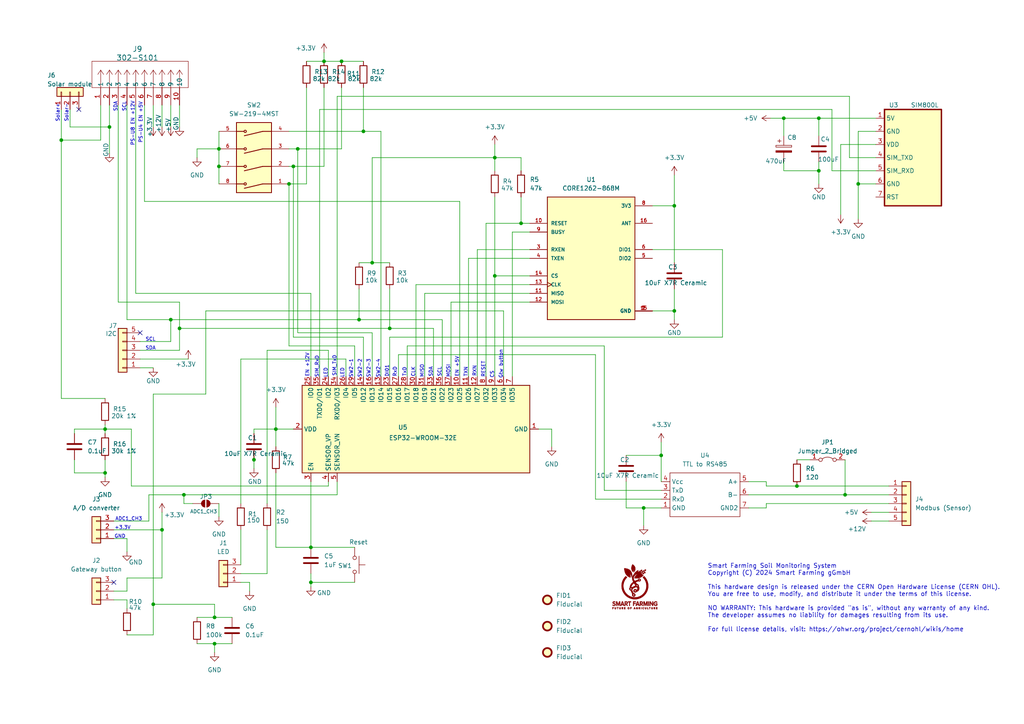
<source format=kicad_sch>
(kicad_sch (version 20231120) (generator "eeschema") (generator_version "8.0")
  (paper "A4")
  (title_block (title "Sensor node and gateway") (date "2024-12-17") (rev "V1.0") (company "Smart Farming gGmbH"))
  (lib_symbols
    (symbol "+5V_1" (power) (pin_numbers hide) (pin_names (offset 0) hide)
      (property "Value" "+5V" (at 0 3.556 0))
      (symbol "+5V_1_1_1"
        (pin power_in line (at 0 0 90) (length 0) (name "~") (number "1"))
      )
    )
    (symbol "+5V_2" (power) (pin_numbers hide) (pin_names (offset 0) hide)
      (property "Value" "+5V" (at 0 3.556 0))
      (symbol "+5V_2_1_1"
        (pin power_in line (at 0 0 90) (length 0) (name "~") (number "1"))
      )
    )
    (symbol "+5V_3" (power) (pin_numbers hide) (pin_names (offset 0) hide)
      (property "Value" "+5V" (at 0 3.556 0))
      (symbol "+5V_3_1_1"
        (pin power_in line (at 0 0 90) (length 0) (name "~") (number "1"))
      )
    )
    (symbol "CORE1262-868M:CORE1262-868M" (pin_names (offset 1.016))
      (property "Reference" "U2" (at 0 22.86 0))
      (property "Value" "CORE1262-868M" (at 0 20.32 0))
      (symbol "CORE1262-868M_0_0"
        (pin power_in line (at 17.78 -15.24 180) (length 5.08) (name "GND") (number "1"))
        (pin input line (at -17.78 10.16 0) (length 5.08) (name "RESET") (number "10"))
        (pin input line (at -17.78 -10.16 0) (length 5.08) (name "MISO") (number "11"))
        (pin output line (at -17.78 -12.7 0) (length 5.08) (name "MOSI") (number "12"))
        (pin input clock (at -17.78 -7.62 0) (length 5.08) (name "CLK") (number "13"))
        (pin input line (at -17.78 -5.08 0) (length 5.08) (name "CS") (number "14"))
        (pin power_in line (at 17.78 -15.24 180) (length 5.08) (name "GND") (number "15"))
        (pin bidirectional line (at 17.78 10.16 180) (length 5.08) (name "ANT") (number "16"))
        (pin power_in line (at 17.78 -15.24 180) (length 5.08) (name "GND") (number "2"))
        (pin input line (at -17.78 2.54 0) (length 5.08) (name "RXEN") (number "3"))
        (pin input line (at -17.78 0 0) (length 5.08) (name "TXEN") (number "4"))
        (pin bidirectional line (at 17.78 0 180) (length 5.08) (name "DIO2") (number "5"))
        (pin bidirectional line (at 17.78 2.54 180) (length 5.08) (name "DIO1") (number "6"))
        (pin power_in line (at 17.78 -15.24 180) (length 5.08) (name "GND") (number "7"))
        (pin power_in line (at 17.78 15.24 180) (length 5.08) (name "3V3") (number "8"))
        (pin input line (at -17.78 7.62 0) (length 5.08) (name "BUSY") (number "9"))
      )
    )
    (symbol "Capacitor_AKL:C_1206" (pin_numbers hide) (pin_names (offset 0.254))
      (property "Reference" "C" (at 0.635 2.54 0))
      (property "Value" "C_1206" (at 0.635 -2.54 0))
      (symbol "C_1206_1_1"
        (pin passive line (at 0 3.81 270) (length 2.794) (name "~") (number "1"))
        (pin passive line (at 0 -3.81 90) (length 2.794) (name "~") (number "2"))
      )
    )
    (symbol "Connector_Generic:Conn_01x03" (pin_names (offset 1.016) hide)
      (property "Reference" "J" (at 0 5.08 0))
      (property "Value" "Conn_01x03" (at 0 -5.08 0))
      (symbol "Conn_01x03_1_1"
        (pin passive line (at -5.08 2.54 0) (length 3.81) (name "Pin_1") (number "1"))
        (pin passive line (at -5.08 0 0) (length 3.81) (name "Pin_2") (number "2"))
        (pin passive line (at -5.08 -2.54 0) (length 3.81) (name "Pin_3") (number "3"))
      )
    )
    (symbol "Connector_Generic:Conn_01x05" (pin_names (offset 1.016) hide)
      (property "Reference" "J" (at 0 7.62 0))
      (property "Value" "Conn_01x05" (at 0 -7.62 0))
      (symbol "Conn_01x05_1_1"
        (pin passive line (at -5.08 5.08 0) (length 3.81) (name "Pin_1") (number "1"))
        (pin passive line (at -5.08 2.54 0) (length 3.81) (name "Pin_2") (number "2"))
        (pin passive line (at -5.08 0 0) (length 3.81) (name "Pin_3") (number "3"))
        (pin passive line (at -5.08 -2.54 0) (length 3.81) (name "Pin_4") (number "4"))
        (pin passive line (at -5.08 -5.08 0) (length 3.81) (name "Pin_5") (number "5"))
      )
    )
    (symbol "Device:C" (pin_numbers hide) (pin_names (offset 0.254))
      (property "Reference" "C" (at 0.635 2.54 0))
      (property "Value" "C" (at 0.635 -2.54 0))
      (symbol "C_1_1"
        (pin passive line (at 0 3.81 270) (length 2.794) (name "~") (number "1"))
        (pin passive line (at 0 -3.81 90) (length 2.794) (name "~") (number "2"))
      )
    )
    (symbol "Device:C_Polarized" (pin_numbers hide) (pin_names (offset 0.254))
      (property "Reference" "C" (at 0.635 2.54 0))
      (property "Value" "C_Polarized" (at 0.635 -2.54 0))
      (symbol "C_Polarized_1_1"
        (pin passive line (at 0 3.81 270) (length 2.794) (name "~") (number "1"))
        (pin passive line (at 0 -3.81 90) (length 2.794) (name "~") (number "2"))
      )
    )
    (symbol "Device:R" (pin_numbers hide) (pin_names (offset 0))
      (property "Reference" "R" (at 2.032 0 90))
      (property "Value" "R" (at 0 0 90))
      (symbol "R_1_1"
        (pin passive line (at 0 3.81 270) (length 1.27) (name "~") (number "1"))
        (pin passive line (at 0 -3.81 90) (length 1.27) (name "~") (number "2"))
      )
    )
    (symbol "Eigene_Library:HW-0519"
      (property "Reference" "U" (at 2.54 3.81 0))
      (property "Value" "TTL to RS485" (at 8.89 1.27 0))
      (symbol "HW-0519_1_1"
        (pin passive line (at -2.54 -10.16 0) (length 2.54) (name "GND") (number "1"))
        (pin passive line (at -2.54 -7.62 0) (length 2.54) (name "RxD") (number "2"))
        (pin passive line (at -2.54 -5.08 0) (length 2.54) (name "TxD") (number "3"))
        (pin passive line (at -2.54 -2.54 0) (length 2.54) (name "Vcc") (number "4"))
        (pin passive line (at 22.86 -2.54 180) (length 2.54) (name "A+") (number "5"))
        (pin passive line (at 22.86 -6.35 180) (length 2.54) (name "B-") (number "6"))
        (pin passive line (at 22.86 -10.16 180) (length 2.54) (name "GND2") (number "7"))
      )
    )
    (symbol "Eigene_Library:SIM800L"
      (property "Reference" "U4" (at -1.27 -2.54 0))
      (property "Value" "SIM800L" (at 5.08 -2.54 0))
      (symbol "SIM800L_1_1"
        (pin input line (at -5.08 -6.35 0) (length 2.54) (name "5V") (number "1"))
        (pin input line (at -5.08 -10.16 0) (length 2.54) (name "GND") (number "2"))
        (pin passive line (at -5.08 -13.97 0) (length 2.54) (name "VDD") (number "3"))
        (pin passive line (at -5.08 -17.78 0) (length 2.54) (name "SIM_TXD") (number "4"))
        (pin passive line (at -5.08 -21.59 0) (length 2.54) (name "SIM_RXD") (number "5"))
        (pin input line (at -5.08 -25.4 0) (length 2.54) (name "GND") (number "6"))
        (pin passive line (at -5.08 -29.21 0) (length 2.54) (name "RST") (number "7"))
      )
    )
    (symbol "Jumper:Jumper_2_Bridged" (pin_names (offset 0) hide)
      (property "Reference" "JP" (at 0 1.905 0))
      (property "Value" "Jumper_2_Bridged" (at 0 -2.54 0))
      (symbol "Jumper_2_Bridged_1_1"
        (pin passive line (at -5.08 0 0) (length 2.54) (name "A") (number "1"))
        (pin passive line (at 5.08 0 180) (length 2.54) (name "B") (number "2"))
      )
    )
    (symbol "Jumper:SolderJumper_2_Open" (pin_numbers hide) (pin_names (offset 0) hide) (exclude_from_sim yes) (in_bom no)
      (property "Reference" "JP" (at 0 2.032 0))
      (property "Value" "SolderJumper_2_Open" (at 0 -2.54 0))
      (symbol "SolderJumper_2_Open_1_1"
        (pin passive line (at -3.81 0 0) (length 2.54) (name "A") (number "1"))
        (pin passive line (at 3.81 0 180) (length 2.54) (name "B") (number "2"))
      )
    )
    (symbol "Logo_Smart_Farming:LOGO" (pin_names (offset 1.016)))
    (symbol "Mechanical:Fiducial"
      (property "Reference" "FID" (at 0 5.08 0))
      (property "Value" "Fiducial" (at 0 3.175 0))
    )
    (symbol "Pin-Header-10-2-row:302-S101" (pin_names (offset 0.254))
      (property "Reference" "J" (at 8.89 6.35 0))
      (property "Value" "302-S101" (at 0 0 0))
      (symbol "302-S101_1_1"
        (pin unspecified line (at 0 0 0) (length 5.08) (name "1") (number "1"))
        (pin unspecified line (at 0 -22.86 0) (length 5.08) (name "10") (number "10"))
        (pin unspecified line (at 0 -2.54 0) (length 5.08) (name "2") (number "2"))
        (pin unspecified line (at 0 -5.08 0) (length 5.08) (name "3") (number "3"))
        (pin unspecified line (at 0 -7.62 0) (length 5.08) (name "4") (number "4"))
        (pin unspecified line (at 0 -10.16 0) (length 5.08) (name "5") (number "5"))
        (pin unspecified line (at 0 -12.7 0) (length 5.08) (name "6") (number "6"))
        (pin unspecified line (at 0 -15.24 0) (length 5.08) (name "7") (number "7"))
        (pin unspecified line (at 0 -17.78 0) (length 5.08) (name "8") (number "8"))
        (pin unspecified line (at 0 -20.32 0) (length 5.08) (name "9") (number "9"))
      )
      (symbol "302-S101_1_2"
        (pin unspecified line (at 0 0 0) (length 5.08) (name "1") (number "1"))
        (pin unspecified line (at 0 -22.86 0) (length 5.08) (name "10") (number "10"))
        (pin unspecified line (at 0 -2.54 0) (length 5.08) (name "2") (number "2"))
        (pin unspecified line (at 0 -5.08 0) (length 5.08) (name "3") (number "3"))
        (pin unspecified line (at 0 -7.62 0) (length 5.08) (name "4") (number "4"))
        (pin unspecified line (at 0 -10.16 0) (length 5.08) (name "5") (number "5"))
        (pin unspecified line (at 0 -12.7 0) (length 5.08) (name "6") (number "6"))
        (pin unspecified line (at 0 -15.24 0) (length 5.08) (name "7") (number "7"))
        (pin unspecified line (at 0 -17.78 0) (length 5.08) (name "8") (number "8"))
        (pin unspecified line (at 0 -20.32 0) (length 5.08) (name "9") (number "9"))
      )
    )
    (symbol "RF_Module:ESP32-WROOM-32E"
      (property "Reference" "U" (at -12.7 34.29 0))
      (property "Value" "ESP32-WROOM-32E" (at 1.27 34.29 0))
      (symbol "ESP32-WROOM-32E_1_1"
        (pin power_in line (at 0 -35.56 90) (length 2.54) (name "GND") (number "1"))
        (pin bidirectional line (at 15.24 -12.7 180) (length 2.54) (name "IO25") (number "10"))
        (pin bidirectional line (at 15.24 -15.24 180) (length 2.54) (name "IO26") (number "11"))
        (pin bidirectional line (at 15.24 -17.78 180) (length 2.54) (name "IO27") (number "12"))
        (pin bidirectional line (at 15.24 10.16 180) (length 2.54) (name "IO14") (number "13"))
        (pin bidirectional line (at 15.24 15.24 180) (length 2.54) (name "IO12") (number "14"))
        (pin passive line (at 0 -35.56 90) (length 2.54) hide (name "GND") (number "15"))
        (pin bidirectional line (at 15.24 12.7 180) (length 2.54) (name "IO13") (number "16"))
        (pin no_connect line (at -12.7 -5.08 0) (length 2.54) hide (name "NC") (number "17"))
        (pin no_connect line (at -12.7 -7.62 0) (length 2.54) hide (name "NC") (number "18"))
        (pin no_connect line (at -12.7 -12.7 0) (length 2.54) hide (name "NC") (number "19"))
        (pin power_in line (at 0 35.56 270) (length 2.54) (name "VDD") (number "2"))
        (pin no_connect line (at -12.7 -10.16 0) (length 2.54) hide (name "NC") (number "20"))
        (pin no_connect line (at -12.7 0 0) (length 2.54) hide (name "NC") (number "21"))
        (pin no_connect line (at -12.7 -2.54 0) (length 2.54) hide (name "NC") (number "22"))
        (pin bidirectional line (at 15.24 7.62 180) (length 2.54) (name "IO15") (number "23"))
        (pin bidirectional line (at 15.24 25.4 180) (length 2.54) (name "IO2") (number "24"))
        (pin bidirectional line (at 15.24 30.48 180) (length 2.54) (name "IO0") (number "25"))
        (pin bidirectional line (at 15.24 20.32 180) (length 2.54) (name "IO4") (number "26"))
        (pin bidirectional line (at 15.24 5.08 180) (length 2.54) (name "IO16") (number "27"))
        (pin bidirectional line (at 15.24 2.54 180) (length 2.54) (name "IO17") (number "28"))
        (pin bidirectional line (at 15.24 17.78 180) (length 2.54) (name "IO5") (number "29"))
        (pin input line (at -15.24 30.48 0) (length 2.54) (name "EN") (number "3"))
        (pin bidirectional line (at 15.24 0 180) (length 2.54) (name "IO18") (number "30"))
        (pin bidirectional line (at 15.24 -2.54 180) (length 2.54) (name "IO19") (number "31"))
        (pin no_connect line (at -12.7 -27.94 0) (length 2.54) hide (name "NC") (number "32"))
        (pin bidirectional line (at 15.24 -5.08 180) (length 2.54) (name "IO21") (number "33"))
        (pin bidirectional line (at 15.24 22.86 180) (length 2.54) (name "RXD0/IO3") (number "34"))
        (pin bidirectional line (at 15.24 27.94 180) (length 2.54) (name "TXD0/IO1") (number "35"))
        (pin bidirectional line (at 15.24 -7.62 180) (length 2.54) (name "IO22") (number "36"))
        (pin bidirectional line (at 15.24 -10.16 180) (length 2.54) (name "IO23") (number "37"))
        (pin passive line (at 0 -35.56 90) (length 2.54) hide (name "GND") (number "38"))
        (pin passive line (at 0 -35.56 90) (length 2.54) hide (name "GND") (number "39"))
        (pin input line (at -15.24 25.4 0) (length 2.54) (name "SENSOR_VP") (number "4"))
        (pin input line (at -15.24 22.86 0) (length 2.54) (name "SENSOR_VN") (number "5"))
        (pin input line (at 15.24 -25.4 180) (length 2.54) (name "IO34") (number "6"))
        (pin input line (at 15.24 -27.94 180) (length 2.54) (name "IO35") (number "7"))
        (pin bidirectional line (at 15.24 -20.32 180) (length 2.54) (name "IO32") (number "8"))
        (pin bidirectional line (at 15.24 -22.86 180) (length 2.54) (name "IO33") (number "9"))
      )
    )
    (symbol "Switch-219-4MST:SW-219-4MST" (pin_names (offset 1.016))
      (property "Reference" "SW" (at -5.08 10.922 0))
      (property "Value" "SW-219-4MST" (at -5.08 -12.7 0))
      (symbol "SW-219-4MST_0_0"
        (pin passive line (at -10.16 7.62 0) (length 5.08) (name "~") (number "1"))
        (pin passive line (at -10.16 2.54 0) (length 5.08) (name "~") (number "2"))
        (pin passive line (at -10.16 -2.54 0) (length 5.08) (name "~") (number "3"))
        (pin passive line (at -10.16 -7.62 0) (length 5.08) (name "~") (number "4"))
        (pin passive line (at 10.16 -7.62 180) (length 5.08) (name "~") (number "5"))
        (pin passive line (at 10.16 -2.54 180) (length 5.08) (name "~") (number "6"))
        (pin passive line (at 10.16 2.54 180) (length 5.08) (name "~") (number "7"))
        (pin passive line (at 10.16 7.62 180) (length 5.08) (name "~") (number "8"))
      )
    )
    (symbol "Switch:SW_Push" (pin_numbers hide) (pin_names (offset 1.016) hide)
      (property "Reference" "SW" (at 1.27 2.54 0))
      (property "Value" "SW_Push" (at 0 -1.524 0))
      (symbol "SW_Push_0_1"
        (pin passive line (at -5.08 0 0) (length 2.54) (name "1") (number "1"))
        (pin passive line (at 5.08 0 180) (length 2.54) (name "2") (number "2"))
      )
    )
    (symbol "power:+12V" (power) (pin_names (offset 0))
      (property "Value" "+12V" (at 0 3.556 0))
      (symbol "+12V_1_1"
        (pin power_in line (at 0 0 90) (length 0) hide (name "+12V") (number "1"))
      )
    )
    (symbol "power:+3.3V" (power) (pin_names (offset 0))
      (property "Value" "+3.3V" (at 0 3.556 0))
      (symbol "+3.3V_1_1"
        (pin power_in line (at 0 0 90) (length 0) hide (name "+3.3V") (number "1"))
      )
    )
    (symbol "power:GND" (power) (pin_names (offset 0))
      (property "Value" "GND" (at 0 -3.81 0))
      (symbol "GND_1_1"
        (pin power_in line (at 0 0 270) (length 0) hide (name "GND") (number "1"))
      )
    )
  )
  (junction (at 80.01 124.46))
  (junction (at 85.09 48.26))
  (junction (at 44.45 175.26))
  (junction (at 90.17 158.75))
  (junction (at 46.99 153.67))
  (junction (at 107.95 76.2))
  (junction (at 248.92 53.34))
  (junction (at 186.69 147.32))
  (junction (at 191.77 132.08))
  (junction (at 237.49 34.29))
  (junction (at 63.5 43.18))
  (junction (at 113.03 95.25))
  (junction (at 17.78 40.64))
  (junction (at 104.14 92.71))
  (junction (at 52.07 95.25))
  (junction (at 227.33 34.29))
  (junction (at 143.51 45.72))
  (junction (at 99.06 17.78))
  (junction (at 83.82 53.34))
  (junction (at 195.58 59.69))
  (junction (at 86.36 43.18))
  (junction (at 30.48 124.46))
  (junction (at 143.51 80.01))
  (junction (at 62.23 179.07))
  (junction (at 237.49 49.53))
  (junction (at 195.58 90.17))
  (junction (at 245.11 143.51))
  (junction (at 62.23 186.69))
  (junction (at 53.34 143.51))
  (junction (at 31.75 36.83))
  (junction (at 231.14 140.97))
  (junction (at 63.5 48.26))
  (junction (at 30.48 137.16))
  (junction (at 105.41 38.1))
  (junction (at 73.66 133.35))
  (junction (at 151.13 64.77))
  (junction (at 93.98 17.78))
  (junction (at 49.53 92.71))
  (junction (at 90.17 168.91))
  (no_connect (at 22.86 31.75))
  (no_connect (at 33.02 168.91))
  (no_connect (at 40.64 96.52))
  (wire (pts (xy 252.73 151.13) (xy 257.81 151.13)))
  (wire (pts (xy 125.73 109.22) (xy 125.73 95.25)))
  (wire (pts (xy 90.17 139.7) (xy 90.17 158.75)))
  (wire (pts (xy 21.59 124.46) (xy 30.48 124.46)))
  (wire (pts (xy 245.11 143.51) (xy 257.81 143.51)))
  (wire (pts (xy 191.77 139.7) (xy 191.77 132.08)))
  (wire (pts (xy 115.57 102.87) (xy 115.57 109.22)))
  (wire (pts (xy 237.49 46.99) (xy 237.49 49.53)))
  (wire (pts (xy 227.33 34.29) (xy 237.49 34.29)))
  (wire (pts (xy 153.67 85.09) (xy 123.19 85.09)))
  (wire (pts (xy 52.07 95.25) (xy 113.03 95.25)))
  (wire (pts (xy 63.5 38.1) (xy 63.5 43.18)))
  (wire (pts (xy 248.92 63.5) (xy 248.92 53.34)))
  (wire (pts (xy 52.07 95.25) (xy 52.07 101.6)))
  (wire (pts (xy 63.5 43.18) (xy 63.5 48.26)))
  (wire (pts (xy 73.66 133.35) (xy 73.66 135.89)))
  (wire (pts (xy 86.36 96.52) (xy 86.36 43.18)))
  (wire (pts (xy 217.17 143.51) (xy 245.11 143.51)))
  (wire (pts (xy 151.13 57.15) (xy 151.13 64.77)))
  (wire (pts (xy 143.51 80.01) (xy 143.51 109.22)))
  (wire (pts (xy 243.84 41.91) (xy 243.84 62.23)))
  (wire (pts (xy 148.59 67.31) (xy 148.59 109.22)))
  (wire (pts (xy 77.47 101.6) (xy 77.47 146.05)))
  (wire (pts (xy 93.98 15.24) (xy 93.98 17.78)))
  (wire (pts (xy 217.17 139.7) (xy 222.25 139.7)))
  (wire (pts (xy 31.75 36.83) (xy 31.75 30.48)))
  (wire (pts (xy 33.02 173.99) (xy 36.83 173.99)))
  (wire (pts (xy 72.39 168.91) (xy 72.39 171.45)))
  (wire (pts (xy 49.53 92.71) (xy 49.53 99.06)))
  (wire (pts (xy 118.11 109.22) (xy 118.11 100.33)))
  (wire (pts (xy 44.45 30.48) (xy 44.45 36.83)))
  (wire (pts (xy 31.75 36.83) (xy 31.75 44.45)))
  (wire (pts (xy 107.95 76.2) (xy 113.03 76.2)))
  (wire (pts (xy 80.01 124.46) (xy 85.09 124.46)))
  (wire (pts (xy 40.64 104.14) (xy 54.61 104.14)))
  (wire (pts (xy 30.48 123.19) (xy 30.48 124.46)))
  (wire (pts (xy 57.15 45.72) (xy 57.15 43.18)))
  (wire (pts (xy 175.26 142.24) (xy 175.26 100.33)))
  (wire (pts (xy 93.98 17.78) (xy 99.06 17.78)))
  (wire (pts (xy 160.02 124.46) (xy 160.02 129.54)))
  (wire (pts (xy 44.45 114.3) (xy 59.69 114.3)))
  (wire (pts (xy 62.23 186.69) (xy 67.31 186.69)))
  (wire (pts (xy 99.06 17.78) (xy 105.41 17.78)))
  (wire (pts (xy 237.49 49.53) (xy 237.49 53.34)))
  (wire (pts (xy 195.58 50.8) (xy 195.58 59.69)))
  (wire (pts (xy 83.82 53.34) (xy 88.9 53.34)))
  (wire (pts (xy 248.92 53.34) (xy 248.92 38.1)))
  (wire (pts (xy 83.82 48.26) (xy 85.09 48.26)))
  (wire (pts (xy 49.53 30.48) (xy 49.53 36.83)))
  (wire (pts (xy 107.95 109.22) (xy 107.95 96.52)))
  (wire (pts (xy 191.77 142.24) (xy 175.26 142.24)))
  (wire (pts (xy 95.25 140.97) (xy 95.25 139.7)))
  (wire (pts (xy 115.57 102.87) (xy 172.72 102.87)))
  (wire (pts (xy 97.79 143.51) (xy 97.79 139.7)))
  (wire (pts (xy 113.03 97.79) (xy 113.03 109.22)))
  (wire (pts (xy 153.67 64.77) (xy 151.13 64.77)))
  (wire (pts (xy 90.17 85.09) (xy 39.37 85.09)))
  (wire (pts (xy 222.25 139.7) (xy 222.25 140.97)))
  (wire (pts (xy 140.97 109.22) (xy 140.97 64.77)))
  (wire (pts (xy 44.45 175.26) (xy 62.23 175.26)))
  (wire (pts (xy 44.45 184.15) (xy 44.45 175.26)))
  (wire (pts (xy 90.17 168.91) (xy 102.87 168.91)))
  (wire (pts (xy 102.87 109.22) (xy 102.87 100.33)))
  (wire (pts (xy 217.17 147.32) (xy 222.25 147.32)))
  (wire (pts (xy 156.21 124.46) (xy 160.02 124.46)))
  (wire (pts (xy 248.92 38.1) (xy 254 38.1)))
  (wire (pts (xy 227.33 46.99) (xy 227.33 49.53)))
  (wire (pts (xy 90.17 158.75) (xy 102.87 158.75)))
  (wire (pts (xy 107.95 96.52) (xy 86.36 96.52)))
  (wire (pts (xy 52.07 87.63) (xy 34.29 87.63)))
  (wire (pts (xy 30.48 124.46) (xy 38.1 124.46)))
  (wire (pts (xy 181.61 132.08) (xy 191.77 132.08)))
  (wire (pts (xy 231.14 133.35) (xy 234.95 133.35)))
  (wire (pts (xy 83.82 38.1) (xy 105.41 38.1)))
  (wire (pts (xy 143.51 45.72) (xy 107.95 45.72)))
  (wire (pts (xy 63.5 48.26) (xy 63.5 53.34)))
  (wire (pts (xy 80.01 124.46) (xy 80.01 129.54)))
  (wire (pts (xy 62.23 179.07) (xy 67.31 179.07)))
  (wire (pts (xy 62.23 186.69) (xy 62.23 189.23)))
  (wire (pts (xy 80.01 158.75) (xy 90.17 158.75)))
  (wire (pts (xy 133.35 58.42) (xy 41.91 58.42)))
  (wire (pts (xy 86.36 43.18) (xy 99.06 43.18)))
  (wire (pts (xy 93.98 25.4) (xy 93.98 48.26)))
  (wire (pts (xy 30.48 137.16) (xy 30.48 138.43)))
  (wire (pts (xy 85.09 48.26) (xy 93.98 48.26)))
  (wire (pts (xy 113.03 83.82) (xy 113.03 95.25)))
  (wire (pts (xy 195.58 59.69) (xy 189.23 59.69)))
  (wire (pts (xy 36.83 167.64) (xy 36.83 171.45)))
  (wire (pts (xy 209.55 72.39) (xy 209.55 97.79)))
  (wire (pts (xy 52.07 30.48) (xy 52.07 36.83)))
  (wire (pts (xy 128.27 92.71) (xy 128.27 109.22)))
  (wire (pts (xy 21.59 125.73) (xy 21.59 124.46)))
  (wire (pts (xy 17.78 40.64) (xy 17.78 115.57)))
  (wire (pts (xy 69.85 168.91) (xy 72.39 168.91)))
  (wire (pts (xy 77.47 166.37) (xy 77.47 153.67)))
  (wire (pts (xy 195.58 76.2) (xy 195.58 59.69)))
  (wire (pts (xy 62.23 175.26) (xy 62.23 179.07)))
  (wire (pts (xy 222.25 146.05) (xy 257.81 146.05)))
  (wire (pts (xy 46.99 153.67) (xy 46.99 167.64)))
  (wire (pts (xy 88.9 17.78) (xy 93.98 17.78)))
  (wire (pts (xy 92.71 31.75) (xy 92.71 109.22)))
  (wire (pts (xy 36.83 173.99) (xy 36.83 176.53)))
  (wire (pts (xy 20.32 36.83) (xy 31.75 36.83)))
  (wire (pts (xy 21.59 133.35) (xy 21.59 137.16)))
  (wire (pts (xy 90.17 168.91) (xy 90.17 170.18)))
  (wire (pts (xy 33.02 151.13) (xy 43.18 151.13)))
  (wire (pts (xy 46.99 148.59) (xy 46.99 153.67)))
  (wire (pts (xy 39.37 85.09) (xy 39.37 30.48)))
  (wire (pts (xy 69.85 104.14) (xy 69.85 146.05)))
  (wire (pts (xy 83.82 100.33) (xy 83.82 53.34)))
  (wire (pts (xy 245.11 133.35) (xy 245.11 143.51)))
  (wire (pts (xy 135.89 74.93) (xy 135.89 109.22)))
  (wire (pts (xy 97.79 27.94) (xy 97.79 109.22)))
  (wire (pts (xy 36.83 92.71) (xy 36.83 30.48)))
  (wire (pts (xy 254 41.91) (xy 243.84 41.91)))
  (wire (pts (xy 20.32 31.75) (xy 20.32 36.83)))
  (wire (pts (xy 57.15 179.07) (xy 62.23 179.07)))
  (wire (pts (xy 59.69 114.3) (xy 59.69 90.17)))
  (wire (pts (xy 73.66 132.08) (xy 73.66 133.35)))
  (wire (pts (xy 38.1 124.46) (xy 38.1 140.97)))
  (wire (pts (xy 105.41 97.79) (xy 85.09 97.79)))
  (wire (pts (xy 153.67 80.01) (xy 143.51 80.01)))
  (wire (pts (xy 80.01 118.11) (xy 80.01 124.46)))
  (wire (pts (xy 100.33 104.14) (xy 69.85 104.14)))
  (wire (pts (xy 241.3 49.53) (xy 241.3 31.75)))
  (wire (pts (xy 53.34 146.05) (xy 55.88 146.05)))
  (wire (pts (xy 33.02 153.67) (xy 46.99 153.67)))
  (wire (pts (xy 80.01 158.75) (xy 80.01 137.16)))
  (wire (pts (xy 95.25 109.22) (xy 95.25 101.6)))
  (wire (pts (xy 231.14 140.97) (xy 257.81 140.97)))
  (wire (pts (xy 52.07 101.6) (xy 40.64 101.6)))
  (wire (pts (xy 123.19 85.09) (xy 123.19 109.22)))
  (wire (pts (xy 102.87 100.33) (xy 83.82 100.33)))
  (wire (pts (xy 195.58 83.82) (xy 195.58 90.17)))
  (wire (pts (xy 143.51 41.91) (xy 143.51 45.72)))
  (wire (pts (xy 195.58 90.17) (xy 195.58 92.71)))
  (wire (pts (xy 138.43 72.39) (xy 138.43 109.22)))
  (wire (pts (xy 73.66 124.46) (xy 80.01 124.46)))
  (wire (pts (xy 246.38 27.94) (xy 97.79 27.94)))
  (wire (pts (xy 49.53 92.71) (xy 104.14 92.71)))
  (wire (pts (xy 30.48 133.35) (xy 30.48 137.16)))
  (wire (pts (xy 36.83 156.21) (xy 36.83 160.02)))
  (wire (pts (xy 143.51 57.15) (xy 143.51 80.01)))
  (wire (pts (xy 120.65 82.55) (xy 120.65 109.22)))
  (wire (pts (xy 90.17 166.37) (xy 90.17 168.91)))
  (wire (pts (xy 86.36 43.18) (xy 83.82 43.18)))
  (wire (pts (xy 44.45 175.26) (xy 44.45 114.3)))
  (wire (pts (xy 49.53 99.06) (xy 40.64 99.06)))
  (wire (pts (xy 237.49 39.37) (xy 237.49 34.29)))
  (wire (pts (xy 246.38 45.72) (xy 246.38 27.94)))
  (wire (pts (xy 118.11 100.33) (xy 175.26 100.33)))
  (wire (pts (xy 186.69 147.32) (xy 186.69 152.4)))
  (wire (pts (xy 33.02 171.45) (xy 36.83 171.45)))
  (wire (pts (xy 151.13 45.72) (xy 151.13 49.53)))
  (wire (pts (xy 191.77 128.27) (xy 191.77 132.08)))
  (wire (pts (xy 130.81 87.63) (xy 130.81 109.22)))
  (wire (pts (xy 99.06 25.4) (xy 99.06 43.18)))
  (wire (pts (xy 95.25 101.6) (xy 77.47 101.6)))
  (wire (pts (xy 252.73 148.59) (xy 257.81 148.59)))
  (wire (pts (xy 125.73 95.25) (xy 113.03 95.25)))
  (wire (pts (xy 105.41 38.1) (xy 110.49 38.1)))
  (wire (pts (xy 223.52 34.29) (xy 227.33 34.29)))
  (wire (pts (xy 38.1 140.97) (xy 95.25 140.97)))
  (wire (pts (xy 222.25 146.05) (xy 222.25 147.32)))
  (wire (pts (xy 254 45.72) (xy 246.38 45.72)))
  (wire (pts (xy 88.9 25.4) (xy 88.9 53.34)))
  (wire (pts (xy 128.27 92.71) (xy 104.14 92.71)))
  (wire (pts (xy 143.51 45.72) (xy 151.13 45.72)))
  (wire (pts (xy 21.59 137.16) (xy 30.48 137.16)))
  (wire (pts (xy 227.33 34.29) (xy 227.33 39.37)))
  (wire (pts (xy 227.33 49.53) (xy 237.49 49.53)))
  (wire (pts (xy 69.85 166.37) (xy 77.47 166.37)))
  (wire (pts (xy 52.07 95.25) (xy 52.07 87.63)))
  (wire (pts (xy 69.85 163.83) (xy 69.85 153.67)))
  (wire (pts (xy 29.21 40.64) (xy 29.21 30.48)))
  (wire (pts (xy 120.65 82.55) (xy 153.67 82.55)))
  (wire (pts (xy 113.03 97.79) (xy 209.55 97.79)))
  (wire (pts (xy 57.15 186.69) (xy 62.23 186.69)))
  (wire (pts (xy 90.17 109.22) (xy 90.17 85.09)))
  (wire (pts (xy 41.91 30.48) (xy 41.91 58.42)))
  (wire (pts (xy 153.67 72.39) (xy 138.43 72.39)))
  (wire (pts (xy 33.02 156.21) (xy 36.83 156.21)))
  (wire (pts (xy 153.67 87.63) (xy 130.81 87.63)))
  (wire (pts (xy 181.61 139.7) (xy 181.61 147.32)))
  (wire (pts (xy 181.61 147.32) (xy 186.69 147.32)))
  (wire (pts (xy 222.25 140.97) (xy 231.14 140.97)))
  (wire (pts (xy 105.41 25.4) (xy 105.41 38.1)))
  (wire (pts (xy 107.95 45.72) (xy 107.95 76.2)))
  (wire (pts (xy 140.97 64.77) (xy 151.13 64.77)))
  (wire (pts (xy 57.15 43.18) (xy 63.5 43.18)))
  (wire (pts (xy 49.53 92.71) (xy 36.83 92.71)))
  (wire (pts (xy 104.14 83.82) (xy 104.14 92.71)))
  (wire (pts (xy 237.49 34.29) (xy 254 34.29)))
  (wire (pts (xy 254 49.53) (xy 241.3 49.53)))
  (wire (pts (xy 191.77 147.32) (xy 186.69 147.32)))
  (wire (pts (xy 100.33 109.22) (xy 100.33 104.14)))
  (wire (pts (xy 17.78 115.57) (xy 30.48 115.57)))
  (wire (pts (xy 53.34 143.51) (xy 53.34 146.05)))
  (wire (pts (xy 43.18 151.13) (xy 43.18 143.51)))
  (wire (pts (xy 110.49 109.22) (xy 110.49 38.1)))
  (wire (pts (xy 146.05 90.17) (xy 146.05 109.22)))
  (wire (pts (xy 34.29 87.63) (xy 34.29 30.48)))
  (wire (pts (xy 133.35 109.22) (xy 133.35 58.42)))
  (wire (pts (xy 73.66 124.46) (xy 73.66 125.73)))
  (wire (pts (xy 143.51 45.72) (xy 143.51 49.53)))
  (wire (pts (xy 40.64 106.68) (xy 44.45 106.68)))
  (wire (pts (xy 17.78 31.75) (xy 17.78 40.64)))
  (wire (pts (xy 53.34 143.51) (xy 97.79 143.51)))
  (wire (pts (xy 153.67 74.93) (xy 135.89 74.93)))
  (wire (pts (xy 189.23 90.17) (xy 195.58 90.17)))
  (wire (pts (xy 63.5 146.05) (xy 63.5 149.86)))
  (wire (pts (xy 148.59 67.31) (xy 153.67 67.31)))
  (wire (pts (xy 85.09 48.26) (xy 85.09 97.79)))
  (wire (pts (xy 191.77 144.78) (xy 172.72 144.78)))
  (wire (pts (xy 104.14 76.2) (xy 107.95 76.2)))
  (wire (pts (xy 248.92 53.34) (xy 254 53.34)))
  (wire (pts (xy 17.78 40.64) (xy 29.21 40.64)))
  (wire (pts (xy 209.55 72.39) (xy 189.23 72.39)))
  (wire (pts (xy 46.99 30.48) (xy 46.99 36.83)))
  (wire (pts (xy 43.18 143.51) (xy 53.34 143.51)))
  (wire (pts (xy 105.41 109.22) (xy 105.41 97.79)))
  (wire (pts (xy 36.83 184.15) (xy 44.45 184.15)))
  (wire (pts (xy 30.48 124.46) (xy 30.48 125.73)))
  (wire (pts (xy 46.99 167.64) (xy 36.83 167.64)))
  (wire (pts (xy 241.3 31.75) (xy 92.71 31.75)))
  (wire (pts (xy 59.69 90.17) (xy 146.05 90.17)))
  (wire (pts (xy 172.72 144.78) (xy 172.72 102.87)))
  (text "PS-U4 EN +5V" (at 41.402 41.656 90) (effects (font (size 1.016 1.016)) (justify left bottom)))
  (text "SW2-3" (at 106.934 106.934 90) (effects (font (size 1.016 1.016))))
  (text "RxD" (at 114.554 107.95 90) (effects (font (size 1.016 1.016))))
  (text "LED" (at 94.488 108.204 90) (effects (font (size 1.016 1.016))))
  (text "Gtw button" (at 145.288 105.664 90) (effects (font (size 1.016 1.016))))
  (text "LED" (at 99.314 108.204 90) (effects (font (size 1.016 1.016))))
  (text "SDA" (at 43.688 101.092 0) (effects (font (size 1.016 1.016))))
  (text "SCL" (at 127.508 107.95 90) (effects (font (size 1.016 1.016))))
  (text "EN +12V" (at 89.154 105.918 90) (effects (font (size 1.016 1.016))))
  (text "Solar-" (at 19.304 32.766 90) (effects (font (size 1.016 1.016))))
  (text "SDA" (at 33.528 30.988 90) (effects (font (size 1.016 1.016))))
  (text "TXN" (at 135.128 107.95 90) (effects (font (size 1.016 1.016))))
  (text "SW2-4" (at 109.728 106.934 90) (effects (font (size 1.016 1.016))))
  (text "MOSI" (at 130.048 107.696 90) (effects (font (size 1.016 1.016))))
  (text "GND" (at 34.798 155.702 0) (effects (font (size 1.016 1.016))))
  (text "DI01" (at 112.268 107.696 90) (effects (font (size 1.016 1.016))))
  (text "SCL" (at 36.068 30.988 90) (effects (font (size 1.016 1.016))))
  (text "SW2-1" (at 101.854 106.934 90) (effects (font (size 1.016 1.016))))
  (text "CS" (at 142.748 108.712 90) (effects (font (size 1.016 1.016))))
  (text "SCL" (at 43.688 98.552 0) (effects (font (size 1.016 1.016))))
  (text "SIM_RxD" (at 91.948 106.426 90) (effects (font (size 1.016 1.016))))
  (text "RESET" (at 140.208 107.188 90) (effects (font (size 1.016 1.016))))
  (text "TxD" (at 117.348 107.95 90) (effects (font (size 1.016 1.016))))
  (text "MISO" (at 122.428 107.696 90) (effects (font (size 1.016 1.016))))
  (text "EN +5V" (at 132.588 106.426 90) (effects (font (size 1.016 1.016))))
  (text "SDA" (at 124.968 107.95 90) (effects (font (size 1.016 1.016))))
  (text "RXN" (at 137.668 107.696 90) (effects (font (size 1.016 1.016))))
  (text "PS-U8 EN +12V" (at 39.116 42.418 90) (effects (font (size 1.016 1.016)) (justify left bottom)))
  (text "Solar+" (at 16.764 32.766 90) (effects (font (size 1.016 1.016))))
  (text "+3.3V" (at 35.56 153.162 0) (effects (font (size 1.016 1.016))))
  (text "CLK" (at 119.888 107.95 90) (effects (font (size 1.016 1.016))))
  (text "ADC1_CH3" (at 37.338 150.622 0) (effects (font (size 1.016 1.016))))
  (text "Smart Farming Soil Monitoring System\nCopyright (C) 2024 Smart Farming gGmbH\n\nThis hardware design is released under the CERN Open Hardware License (CERN OHL).\nYou are free to use, modify, and distribute it under the terms of this license.\n\nNO WARRANTY: This hardware is provided \"as is\", without any warranty of any kind.\nThe developer assumes no liability for damages resulting from its use.\n\nFor full license details, visit: https://ohwr.org/project/cernohl/wikis/home\n" (at 205.232 173.482 0) (effects (font (size 1.27 1.27)) (justify left)))
  (text "SIM_TxD" (at 97.028 106.172 90) (effects (font (size 1.016 1.016))))
  (text "SW2-2" (at 104.394 106.934 90) (effects (font (size 1.016 1.016))))
  (symbol (lib_id "Jumper:SolderJumper_2_Open") (at 59.69 146.05 180) (unit 1) (exclude_from_sim yes) (in_bom no)
    (property "Reference" "JP3" (at 57.912 144.018 0) (effects (justify right)))
    (property "Value" "ADC1_CH3" (at 55.118 148.336 0) (effects (font (size 1.016 1.016)) (justify right)))
    (property "Footprint" "Connector_PinHeader_2.54mm:PinHeader_1x02_P2.54mm_Vertical" (effects (hide yes)))
    (property "Description" "Solder Jumper, 2-pole, open" (effects (hide yes)))
  )
  (symbol (lib_id "power:+3.3V") (at 195.58 50.8 0) (unit 1)
    (property "Reference" "#PWR016" (effects (hide yes)))
    (property "Value" "+3.3V" (at 195.58 45.72 0))
  )
  (symbol (lib_id "power:+3.3V") (at 44.45 36.83 180) (unit 1)
    (property "Reference" "#PWR05" (effects (hide yes)))
    (property "Value" "+3.3V" (at 43.434 36.83 90))
  )
  (symbol (lib_id "power:GND") (at 160.02 129.54 0) (unit 1)
    (property "Reference" "#PWR011" (effects (hide yes)))
    (property "Value" "GND" (at 160.02 134.62 0))
  )
  (symbol (lib_id "Capacitor_AKL:C_1206") (at 181.61 135.89 0) (unit 1)
    (property "Reference" "C2" (at 179.832 133.35 0) (effects (justify left)))
    (property "Value" "10uF X7R Ceramic" (at 172.974 137.922 0) (effects (justify left)))
    (property "Footprint" "Capacitor_SMD:C_1206_3216Metric_Pad1.33x1.80mm_HandSolder" (effects (hide yes)))
  )
  (symbol (lib_id "RF_Module:ESP32-WROOM-32E") (at 120.65 124.46 90) (unit 1)
    (property "Reference" "U5" (at 116.84 123.952 90))
    (property "Value" "ESP32-WROOM-32E" (at 122.682 127 90))
    (property "Footprint" "RF_Module:ESP32-WROOM-32D" (effects (hide yes)))
    (property "Datasheet" "https://www.espressif.com/sites/default/files/documentation/esp32-wroom-32e_esp32-wroom-32ue_datasheet_en.pdf" (effects (hide yes)))
    (property "Description" "RF Module, ESP32-D0WD-V3 SoC, without PSRAM, Wi-Fi 802.11b/g/n, Bluetooth, BLE, 32-bit, 2.7-3.6V, onboard antenna, SMD" (effects (hide yes)))
  )
  (symbol (lib_id "Device:C") (at 237.49 43.18 0) (unit 1)
    (property "Reference" "C4" (at 237.998 40.386 0) (effects (justify left)))
    (property "Value" "100uF" (at 237.236 46.228 0) (effects (justify left)))
    (property "Footprint" "Capacitor_SMD:C_1206_3216Metric_Pad1.33x1.80mm_HandSolder" (effects (hide yes)))
    (property "Description" "Unpolarized capacitor" (effects (hide yes)))
  )
  (symbol (lib_id "Pin-Header-10-2-row:302-S101") (at 29.21 30.48 90) (unit 1)
    (property "Reference" "J9" (at 39.878 14.224 90) (effects (font (size 1.524 1.524))))
    (property "Value" "302-S101" (at 39.878 16.764 90) (effects (font (size 1.524 1.524))))
    (property "Footprint" "SmartFarming:CONN10_302-S101_OST" (effects (hide yes)))
    (property "Datasheet" "https://mm.digikey.com/Volume0/opasdata/d220001/medias/docus/6025/302-S.pdf" (effects (hide yes)))
  )
  (symbol (lib_id "Jumper:Jumper_2_Bridged") (at 240.03 133.35 0) (unit 1)
    (property "Reference" "JP1" (at 240.03 128.27 0))
    (property "Value" "Jumper_2_Bridged" (at 240.03 130.81 0))
    (property "Footprint" "Connector_PinHeader_2.54mm:PinHeader_1x02_P2.54mm_Vertical" (effects (hide yes)))
  )
  (symbol (lib_id "Mechanical:Fiducial") (at 158.75 181.61 0) (unit 1)
    (property "Reference" "FID2" (at 161.29 180.34 0) (effects (justify left)))
    (property "Value" "Fiducial" (at 161.29 182.88 0) (effects (justify left)))
    (property "Footprint" "Fiducial:Fiducial_0.5mm_Mask1.5mm" (effects (hide yes)))
  )
  (symbol (lib_id "Eigene_Library:HW-0519") (at 194.31 137.16 0) (unit 1)
    (property "Reference" "U4" (at 204.47 132.08 0))
    (property "Value" "TTL to RS485" (at 204.47 134.62 0))
    (property "Footprint" "SmartFarming:RS485_To_TTL" (effects (hide yes)))
    (property "Datasheet" "https://cdn-reichelt.de/documents/datenblatt/COM-TTL-RS485_DATENBLATT_2022-08-01.pdf" (effects (hide yes)))
  )
  (symbol (lib_id "Mechanical:Fiducial") (at 158.75 173.99 0) (unit 1)
    (property "Reference" "FID1" (at 161.29 172.72 0) (effects (justify left)))
    (property "Value" "Fiducial" (at 161.29 175.26 0) (effects (justify left)))
    (property "Footprint" "Fiducial:Fiducial_0.5mm_Mask1.5mm" (effects (hide yes)))
  )
  (symbol (lib_id "power:GND") (at 30.48 138.43 0) (unit 1)
    (property "Reference" "#PWR030" (effects (hide yes)))
    (property "Value" "GND" (at 30.48 143.51 0))
  )
  (symbol (lib_id "Device:R") (at 93.98 21.59 0) (unit 1)
    (property "Reference" "R14" (at 96.266 20.828 0) (effects (justify left)))
    (property "Value" "82k" (at 94.996 22.86 0) (effects (justify left)))
    (property "Footprint" "Resistor_SMD:R_1206_3216Metric_Pad1.30x1.75mm_HandSolder" (effects (hide yes)))
  )
  (symbol (lib_id "power:+3.3V") (at 143.51 41.91 0) (unit 1)
    (property "Reference" "#PWR09" (effects (hide yes)))
    (property "Value" "+3.3V" (at 143.51 36.83 0))
  )
  (symbol (lib_id "Device:R") (at 77.47 149.86 0) (unit 1)
    (property "Reference" "R2" (at 80.01 148.59 0) (effects (justify left)))
    (property "Value" "150" (at 80.01 151.13 0) (effects (justify left)))
    (property "Footprint" "Resistor_SMD:R_1206_3216Metric_Pad1.30x1.75mm_HandSolder" (effects (hide yes)))
  )
  (symbol (lib_id "Device:R") (at 113.03 80.01 0) (unit 1)
    (property "Reference" "R3" (at 115.316 79.248 0) (effects (justify left)))
    (property "Value" "10k" (at 114.808 81.28 0) (effects (justify left)))
    (property "Footprint" "Resistor_SMD:R_1206_3216Metric_Pad1.30x1.75mm_HandSolder" (effects (hide yes)))
  )
  (symbol (lib_id "Device:R") (at 30.48 119.38 0) (unit 1)
    (property "Reference" "R15" (at 32.766 118.618 0) (effects (justify left)))
    (property "Value" "20k 1%" (at 32.258 120.65 0) (effects (justify left)))
    (property "Footprint" "Resistor_SMD:R_1206_3216Metric_Pad1.30x1.75mm_HandSolder" (effects (hide yes)))
  )
  (symbol (lib_id "Device:R") (at 143.51 53.34 0) (unit 1)
    (property "Reference" "R4" (at 145.796 52.578 0) (effects (justify left)))
    (property "Value" "47k" (at 145.288 54.61 0) (effects (justify left)))
    (property "Footprint" "Resistor_SMD:R_1206_3216Metric_Pad1.30x1.75mm_HandSolder" (effects (hide yes)))
  )
  (symbol (lib_id "power:GND") (at 73.66 135.89 0) (unit 1)
    (property "Reference" "#PWR023" (effects (hide yes)))
    (property "Value" "GND" (at 73.914 139.7 0))
  )
  (symbol (lib_id "power:+3.3V") (at 54.61 104.14 0) (unit 1)
    (property "Reference" "#PWR08" (effects (hide yes)))
    (property "Value" "+3.3V" (at 53.848 105.664 0))
  )
  (symbol (lib_id "Connector_Generic:Conn_01x03") (at 27.94 153.67 180) (unit 1)
    (property "Reference" "J3" (at 27.94 144.78 0))
    (property "Value" "A/D converter" (at 27.94 147.32 0))
    (property "Footprint" "Connector_JST:JST_EH_B3B-EH-A_1x03_P2.50mm_Vertical" (effects (hide yes)))
    (property "Description" "Generic connector, single row, 01x03, script generated (kicad-library-utils/schlib/autogen/connector/)" (effects (hide yes)))
  )
  (symbol (lib_id "Switch:SW_Push") (at 102.87 163.83 270) (unit 1)
    (property "Reference" "SW1" (at 102.108 164.084 90) (effects (justify right)))
    (property "Value" "Reset" (at 106.68 157.226 90) (effects (justify right)))
    (property "Footprint" "Button_Switch_SMD:SW_Tactile_SPST_NO_Straight_CK_PTS636Sx25SMTRLFS" (effects (hide yes)))
    (property "Datasheet" "https://www.ckswitches.com/media/2779/pts636.pdf" (effects (hide yes)))
    (property "Description" "Push button switch, generic, two pins" (effects (hide yes)))
  )
  (symbol (lib_id "power:+3.3V") (at 191.77 128.27 0) (unit 1)
    (property "Reference" "#PWR015" (effects (hide yes)))
    (property "Value" "+3.3V" (at 191.77 123.19 0))
  )
  (symbol (lib_id "Connector_Generic:Conn_01x03") (at 27.94 171.45 180) (unit 1)
    (property "Reference" "J2" (at 27.94 162.56 0))
    (property "Value" "Gateway button" (at 27.94 165.1 0))
    (property "Footprint" "Connector_JST:JST_EH_B3B-EH-A_1x03_P2.50mm_Vertical" (effects (hide yes)))
    (property "Description" "Generic connector, single row, 01x03, script generated (kicad-library-utils/schlib/autogen/connector/)" (effects (hide yes)))
  )
  (symbol (lib_id "Device:C") (at 21.59 129.54 0) (unit 1)
    (property "Reference" "C7" (at 25.4 128.2699 0) (effects (justify left)))
    (property "Value" "0.1uF" (at 25.4 130.8099 0) (effects (justify left)))
    (property "Footprint" "Capacitor_SMD:C_0805_2012Metric_Pad1.18x1.45mm_HandSolder" (effects (hide yes)))
    (property "Description" "Unpolarized capacitor" (effects (hide yes)))
  )
  (symbol (lib_id "Device:R") (at 104.14 80.01 0) (unit 1)
    (property "Reference" "R9" (at 106.426 79.248 0) (effects (justify left)))
    (property "Value" "10k" (at 105.918 81.28 0) (effects (justify left)))
    (property "Footprint" "Resistor_SMD:R_1206_3216Metric_Pad1.30x1.75mm_HandSolder" (effects (hide yes)))
  )
  (symbol (lib_id "Connector_Generic:Conn_01x05") (at 35.56 101.6 180) (unit 1)
    (property "Reference" "J7" (at 32.766 94.488 0))
    (property "Value" "I2C" (at 32.258 96.774 0))
    (property "Footprint" "Connector_JST:JST_EH_B5B-EH-A_1x05_P2.50mm_Vertical" (effects (hide yes)))
    (property "Description" "Generic connector, single row, 01x05, script generated (kicad-library-utils/schlib/autogen/connector/)" (effects (hide yes)))
  )
  (symbol (lib_id "power:GND") (at 186.69 152.4 0) (unit 1)
    (property "Reference" "#PWR014" (effects (hide yes)))
    (property "Value" "GND" (at 186.69 157.48 0))
  )
  (symbol (lib_id "Device:R") (at 36.83 180.34 0) (unit 1)
    (property "Reference" "R10" (at 37.338 174.498 0) (effects (justify left)))
    (property "Value" "47k" (at 37.338 176.276 0) (effects (justify left)))
    (property "Footprint" "Resistor_SMD:R_1206_3216Metric" (effects (hide yes)))
  )
  (symbol (lib_id "power:GND") (at 248.92 63.5 0) (unit 1)
    (property "Reference" "#PWR020" (effects (hide yes)))
    (property "Value" "GND" (at 248.92 68.58 0))
  )
  (symbol (lib_id "power:+12V") (at 46.99 36.83 180) (unit 1)
    (property "Reference" "#PWR01" (effects (hide yes)))
    (property "Value" "+12V" (at 45.974 35.814 90))
  )
  (symbol (lib_id "power:GND") (at 36.83 160.02 0) (unit 1)
    (property "Reference" "#PWR026" (effects (hide yes)))
    (property "Value" "GND" (at 39.37 163.068 0))
  )
  (symbol (lib_id "Device:R") (at 105.41 21.59 0) (unit 1)
    (property "Reference" "R12" (at 107.696 20.828 0) (effects (justify left)))
    (property "Value" "82k" (at 107.188 22.86 0) (effects (justify left)))
    (property "Footprint" "Resistor_SMD:R_1206_3216Metric_Pad1.30x1.75mm_HandSolder" (effects (hide yes)))
  )
  (symbol (lib_id "Connector_Generic:Conn_01x05") (at 262.89 146.05 0) (unit 1)
    (property "Reference" "J4" (at 265.43 144.7799 0) (effects (justify left)))
    (property "Value" "Modbus (Sensor)" (at 265.43 147.3199 0) (effects (justify left)))
    (property "Footprint" "Connector_JST:JST_EH_B5B-EH-A_1x05_P2.50mm_Vertical" (effects (hide yes)))
    (property "Description" "Generic connector, single row, 01x05, script generated (kicad-library-utils/schlib/autogen/connector/)" (effects (hide yes)))
  )
  (symbol (lib_id "power:GND") (at 44.45 106.68 0) (unit 1)
    (property "Reference" "#PWR029" (effects (hide yes)))
    (property "Value" "GND" (at 44.45 110.49 0))
  )
  (symbol (lib_id "power:GND") (at 57.15 45.72 0) (unit 1)
    (property "Reference" "#PWR012" (effects (hide yes)))
    (property "Value" "GND" (at 57.15 50.8 0))
  )
  (symbol (lib_id "power:GND") (at 63.5 149.86 0) (unit 1)
    (property "Reference" "#PWR028" (effects (hide yes)))
    (property "Value" "GND" (at 63.5 154.94 0))
  )
  (symbol (lib_id "CORE1262-868M:CORE1262-868M") (at 171.45 74.93 0) (unit 1)
    (property "Reference" "U1" (at 171.45 52.07 0))
    (property "Value" "CORE1262-868M" (at 171.45 54.61 0))
    (property "Footprint" "SmartFarming:SX1262_LoRa_NODE" (effects (hide yes)))
    (property "Datasheet" "https://eckstein-shop.de/WaveShare-Core1262-868M-LoRa-Module-SX1262-Anti-Interference-EU868-Band" (effects (hide yes)))
    (property "MF" "Waveshare Electronics" (effects (hide yes)))
    (property "MAXIMUM_PACKAGE_HEIGHT" "3.27mm" (effects (hide yes)))
    (property "Package" "Package" (effects (hide yes)))
    (property "Price" "None" (effects (hide yes)))
    (property "Check_prices" "https://www.snapeda.com/parts/Core1262-868M/Waveshare+Electronics/view-part/?ref=eda" (effects (hide yes)))
    (property "STANDARD" "IPC 7351B" (effects (hide yes)))
    (property "PARTREV" "N/A" (effects (hide yes)))
    (property "SnapEDA_Link" "https://www.snapeda.com/parts/Core1262-868M/Waveshare+Electronics/view-part/?ref=snap" (effects (hide yes)))
    (property "MP" "Core1262-868M" (effects (hide yes)))
    (property "MANUFACTURER" "Waveshare Electronics" (effects (hide yes)))
    (property "Availability" "Not in stock" (effects (hide yes)))
    (property "SNAPEDA_PN" "Core1262-868M" (effects (hide yes)))
  )
  (symbol (lib_id "Device:R") (at 231.14 137.16 0) (unit 1)
    (property "Reference" "R6" (at 233.68 135.89 0) (effects (justify left)))
    (property "Value" "120" (at 233.68 138.43 0) (effects (justify left)))
    (property "Footprint" "Resistor_SMD:R_1206_3216Metric_Pad1.30x1.75mm_HandSolder" (effects (hide yes)))
  )
  (symbol (lib_id "Capacitor_AKL:C_1206") (at 195.58 80.01 0) (unit 1)
    (property "Reference" "C3" (at 193.802 77.47 0) (effects (justify left)))
    (property "Value" "10uF X7R Ceramic" (at 186.944 82.042 0) (effects (justify left)))
    (property "Footprint" "Capacitor_SMD:C_1206_3216Metric_Pad1.33x1.80mm_HandSolder" (effects (hide yes)))
  )
  (symbol (lib_id "Device:R") (at 80.01 133.35 0) (unit 1)
    (property "Reference" "R7" (at 82.042 132.588 0) (effects (justify left)))
    (property "Value" "47k" (at 81.788 134.366 0) (effects (justify left)))
    (property "Footprint" "Resistor_SMD:R_1206_3216Metric_Pad1.30x1.75mm_HandSolder" (effects (hide yes)))
  )
  (symbol (lib_id "Device:R") (at 99.06 21.59 0) (unit 1)
    (property "Reference" "R11" (at 100.584 21.336 0) (effects (justify left)))
    (property "Value" "82k" (at 100.838 22.86 0) (effects (justify left)))
    (property "Footprint" "Resistor_SMD:R_1206_3216Metric_Pad1.30x1.75mm_HandSolder" (effects (hide yes)))
  )
  (symbol (lib_id "power:GND") (at 237.49 53.34 0) (unit 1)
    (property "Reference" "#PWR019" (effects (hide yes)))
    (property "Value" "GND" (at 237.49 57.15 0))
  )
  (symbol (lib_id "power:GND") (at 52.07 36.83 0) (unit 1)
    (property "Reference" "#PWR03" (effects (hide yes)))
    (property "Value" "GND" (at 51.054 35.814 90))
  )
  (symbol (lib_id "power:GND") (at 195.58 92.71 0) (unit 1)
    (property "Reference" "#PWR017" (effects (hide yes)))
    (property "Value" "GND" (at 195.58 96.52 0))
  )
  (symbol (lib_id "Mechanical:Fiducial") (at 158.75 189.23 0) (unit 1)
    (property "Reference" "FID3" (at 161.29 187.96 0) (effects (justify left)))
    (property "Value" "Fiducial" (at 161.29 190.5 0) (effects (justify left)))
    (property "Footprint" "Fiducial:Fiducial_0.5mm_Mask1.5mm" (effects (hide yes)))
  )
  (symbol (lib_id "power:GND") (at 31.75 44.45 0) (unit 1)
    (property "Reference" "#PWR018" (effects (hide yes)))
    (property "Value" "GND" (at 30.734 43.434 90))
  )
  (symbol (lib_id "power:GND") (at 72.39 171.45 0) (unit 1)
    (property "Reference" "#PWR07" (effects (hide yes)))
    (property "Value" "GND" (at 72.39 176.53 0))
  )
  (symbol (lib_id "power:GND") (at 62.23 189.23 0) (unit 1)
    (property "Reference" "#PWR010" (effects (hide yes)))
    (property "Value" "GND" (at 62.23 194.31 0))
  )
  (symbol (lib_name "+5V_3") (lib_id "power:+5V") (at 252.73 148.59 90) (unit 1)
    (property "Reference" "#PWR06" (effects (hide yes)))
    (property "Value" "+5V" (at 248.92 148.5899 90) (effects (justify left)))
    (property "Description" "Power symbol creates a global label with name \"+5V\"" (effects (hide yes)))
  )
  (symbol (lib_id "Device:R") (at 57.15 182.88 0) (unit 1)
    (property "Reference" "R8" (at 59.69 181.6099 0) (effects (justify left)))
    (property "Value" "100k" (at 59.69 184.1499 0) (effects (justify left)))
    (property "Footprint" "Resistor_SMD:R_1206_3216Metric_Pad1.30x1.75mm_HandSolder" (effects (hide yes)))
  )
  (symbol (lib_id "Device:C_Polarized") (at 227.33 43.18 0) (unit 1)
    (property "Reference" "C8" (at 228.346 39.878 0) (effects (justify left)))
    (property "Value" "470uF" (at 221.996 46.736 0) (effects (justify left)))
    (property "Footprint" "SmartFarming:TAJD_AVX" (effects (hide yes)))
    (property "Datasheet" "https://datasheets.kyocera-avx.com/TAJ.pdf" (effects (hide yes)))
  )
  (symbol (lib_id "Device:R") (at 151.13 53.34 0) (unit 1)
    (property "Reference" "R5" (at 153.67 52.07 0) (effects (justify left)))
    (property "Value" "47k" (at 153.67 54.61 0) (effects (justify left)))
    (property "Footprint" "Resistor_SMD:R_1206_3216Metric_Pad1.30x1.75mm_HandSolder" (effects (hide yes)))
  )
  (symbol (lib_id "power:+3.3V") (at 80.01 118.11 0) (unit 1)
    (property "Reference" "#PWR022" (effects (hide yes)))
    (property "Value" "+3.3V" (at 80.01 113.03 0))
  )
  (symbol (lib_id "Device:R") (at 69.85 149.86 0) (unit 1)
    (property "Reference" "R1" (at 71.882 149.098 0) (effects (justify left)))
    (property "Value" "150" (at 71.628 150.876 0) (effects (justify left)))
    (property "Footprint" "Resistor_SMD:R_1206_3216Metric_Pad1.30x1.75mm_HandSolder" (effects (hide yes)))
  )
  (symbol (lib_id "Capacitor_AKL:C_1206") (at 73.66 129.54 0) (unit 1)
    (property "Reference" "C1" (at 71.882 127 0) (effects (justify left)))
    (property "Value" "10uF X7R Ceramic" (at 65.024 131.572 0) (effects (justify left)))
    (property "Footprint" "Capacitor_SMD:C_1206_3216Metric_Pad1.33x1.80mm_HandSolder" (effects (hide yes)))
  )
  (symbol (lib_id "Device:C") (at 67.31 182.88 0) (unit 1)
    (property "Reference" "C6" (at 71.12 181.6099 0) (effects (justify left)))
    (property "Value" "0.1uF" (at 71.12 184.1499 0) (effects (justify left)))
    (property "Footprint" "Capacitor_SMD:C_0805_2012Metric_Pad1.18x1.45mm_HandSolder" (effects (hide yes)))
    (property "Description" "Unpolarized capacitor" (effects (hide yes)))
  )
  (symbol (lib_name "+5V_1") (lib_id "power:+5V") (at 49.53 36.83 180) (unit 1)
    (property "Reference" "#PWR02" (effects (hide yes)))
    (property "Value" "+5V" (at 48.768 36.322 90))
    (property "Description" "Power symbol creates a global label with name \"+5V\"" (effects (hide yes)))
  )
  (symbol (lib_id "Device:R") (at 30.48 129.54 0) (unit 1)
    (property "Reference" "R16" (at 32.766 128.778 0) (effects (justify left)))
    (property "Value" "30k 1%" (at 32.258 130.81 0) (effects (justify left)))
    (property "Footprint" "Resistor_SMD:R_1206_3216Metric_Pad1.30x1.75mm_HandSolder" (effects (hide yes)))
  )
  (symbol (lib_id "Logo_Smart_Farming:LOGO") (at 184.15 170.18 0) (unit 1)
    (property "Reference" "#G1" (effects (hide yes)))
    (property "Value" "LOGO" (effects (hide yes)))
  )
  (symbol (lib_id "Connector_Generic:Conn_01x03") (at 64.77 166.37 180) (unit 1)
    (property "Reference" "J1" (at 64.77 157.48 0))
    (property "Value" "LED" (at 64.77 160.02 0))
    (property "Footprint" "Connector_JST:JST_EH_B3B-EH-A_1x03_P2.50mm_Vertical" (effects (hide yes)))
    (property "Description" "Generic connector, single row, 01x03, script generated (kicad-library-utils/schlib/autogen/connector/)" (effects (hide yes)))
  )
  (symbol (lib_id "Device:R") (at 88.9 21.59 0) (unit 1)
    (property "Reference" "R13" (at 91.186 20.828 0) (effects (justify left)))
    (property "Value" "82k" (at 90.678 22.86 0) (effects (justify left)))
    (property "Footprint" "Resistor_SMD:R_1206_3216Metric_Pad1.30x1.75mm_HandSolder" (effects (hide yes)))
  )
  (symbol (lib_id "power:+3.3V") (at 93.98 15.24 0) (unit 1)
    (property "Reference" "#PWR013" (effects (hide yes)))
    (property "Value" "+3.3V" (at 88.646 13.97 0))
  )
  (symbol (lib_id "power:GND") (at 90.17 170.18 0) (unit 1)
    (property "Reference" "#PWR025" (effects (hide yes)))
    (property "Value" "GND" (at 93.98 171.958 0))
  )
  (symbol (lib_id "power:+3.3V") (at 243.84 62.23 180) (unit 1)
    (property "Reference" "#PWR024" (effects (hide yes)))
    (property "Value" "+3.3V" (at 243.84 67.31 0))
  )
  (symbol (lib_name "+5V_2") (lib_id "power:+5V") (at 223.52 34.29 90) (unit 1)
    (property "Reference" "#PWR04" (effects (hide yes)))
    (property "Value" "+5V" (at 219.71 34.2899 90) (effects (justify left)))
    (property "Description" "Power symbol creates a global label with name \"+5V\"" (effects (hide yes)))
  )
  (symbol (lib_id "Eigene_Library:SIM800L") (at 259.08 27.94 0) (unit 1)
    (property "Reference" "U3" (at 257.81 30.48 0) (effects (justify left)))
    (property "Value" "SIM800L" (at 264.16 30.48 0) (effects (justify left)))
    (property "Footprint" "SmartFarming:SIM800L_EVB-MODULE" (effects (hide yes)))
  )
  (symbol (lib_id "Switch-219-4MST:SW-219-4MST") (at 73.66 45.72 180) (unit 1)
    (property "Reference" "SW2" (at 73.66 30.48 0))
    (property "Value" "SW-219-4MST" (at 73.66 33.02 0))
    (property "Footprint" "SmartFarming:Switch-SW_219-4MST" (effects (hide yes)))
    (property "Datasheet" "https://www.ctscorp.com/Files/DataSheets/Switches/DIP-Switches/CTS-Switches-DIP-219-Series-Datasheet.pdf" (effects (hide yes)))
    (property "PARTREV" "C" (effects (hide yes)))
    (property "MANUFACTURER" "CTS Electrocomponents" (effects (hide yes)))
    (property "MAXIMUM_PACKAGE_HEIGHT" "4.58mm" (effects (hide yes)))
    (property "STANDARD" "Manufacturer Recommendations" (effects (hide yes)))
  )
  (symbol (lib_id "power:+12V") (at 252.73 151.13 90) (unit 1)
    (property "Reference" "#PWR021" (effects (hide yes)))
    (property "Value" "+12V" (at 251.206 153.416 90) (effects (justify left)))
  )
  (symbol (lib_id "Connector_Generic:Conn_01x03") (at 20.32 26.67 90) (unit 1)
    (property "Reference" "J6" (at 13.716 21.844 90) (effects (justify right)))
    (property "Value" "Solar module" (at 13.716 24.384 90) (effects (justify right)))
    (property "Footprint" "Connector_JST:JST_EH_B3B-EH-A_1x03_P2.50mm_Vertical" (effects (hide yes)))
    (property "Description" "Generic connector, single row, 01x03, script generated (kicad-library-utils/schlib/autogen/connector/)" (effects (hide yes)))
  )
  (symbol (lib_id "Device:C") (at 90.17 162.56 0) (unit 1)
    (property "Reference" "C5" (at 93.98 161.2899 0) (effects (justify left)))
    (property "Value" "1uF" (at 93.98 163.8299 0) (effects (justify left)))
    (property "Footprint" "Capacitor_SMD:C_0805_2012Metric_Pad1.18x1.45mm_HandSolder" (effects (hide yes)))
    (property "Description" "Unpolarized capacitor" (effects (hide yes)))
  )
  (symbol (lib_id "power:+3.3V") (at 46.99 148.59 0) (unit 1)
    (property "Reference" "#PWR027" (effects (hide yes)))
    (property "Value" "+3.3V" (at 50.546 149.352 0))
  )
)
</source>
